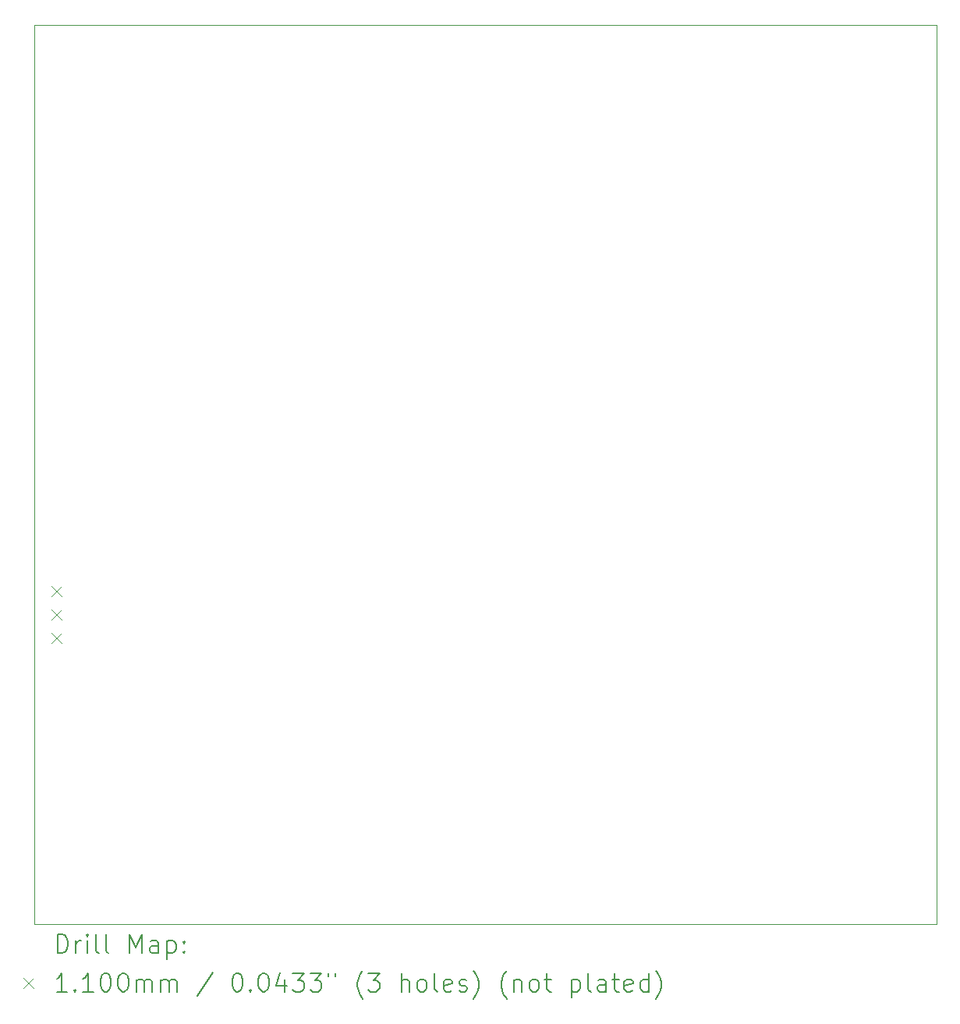
<source format=gbr>
%TF.GenerationSoftware,KiCad,Pcbnew,8.0.8*%
%TF.CreationDate,2025-01-30T15:17:23-05:00*%
%TF.ProjectId,FORWARD-PCB,464f5257-4152-4442-9d50-43422e6b6963,rev?*%
%TF.SameCoordinates,Original*%
%TF.FileFunction,Drillmap*%
%TF.FilePolarity,Positive*%
%FSLAX45Y45*%
G04 Gerber Fmt 4.5, Leading zero omitted, Abs format (unit mm)*
G04 Created by KiCad (PCBNEW 8.0.8) date 2025-01-30 15:17:23*
%MOMM*%
%LPD*%
G01*
G04 APERTURE LIST*
%ADD10C,0.100000*%
%ADD11C,0.200000*%
%ADD12C,0.110000*%
G04 APERTURE END LIST*
D10*
X10150000Y-4850000D02*
X19950000Y-4850000D01*
X19950000Y-14600000D01*
X10150000Y-14600000D01*
X10150000Y-4850000D01*
D11*
D12*
X10341000Y-10941000D02*
X10451000Y-11051000D01*
X10451000Y-10941000D02*
X10341000Y-11051000D01*
X10341000Y-11195000D02*
X10451000Y-11305000D01*
X10451000Y-11195000D02*
X10341000Y-11305000D01*
X10341000Y-11449000D02*
X10451000Y-11559000D01*
X10451000Y-11449000D02*
X10341000Y-11559000D01*
D11*
X10405777Y-14916484D02*
X10405777Y-14716484D01*
X10405777Y-14716484D02*
X10453396Y-14716484D01*
X10453396Y-14716484D02*
X10481967Y-14726008D01*
X10481967Y-14726008D02*
X10501015Y-14745055D01*
X10501015Y-14745055D02*
X10510539Y-14764103D01*
X10510539Y-14764103D02*
X10520063Y-14802198D01*
X10520063Y-14802198D02*
X10520063Y-14830769D01*
X10520063Y-14830769D02*
X10510539Y-14868865D01*
X10510539Y-14868865D02*
X10501015Y-14887912D01*
X10501015Y-14887912D02*
X10481967Y-14906960D01*
X10481967Y-14906960D02*
X10453396Y-14916484D01*
X10453396Y-14916484D02*
X10405777Y-14916484D01*
X10605777Y-14916484D02*
X10605777Y-14783150D01*
X10605777Y-14821246D02*
X10615301Y-14802198D01*
X10615301Y-14802198D02*
X10624824Y-14792674D01*
X10624824Y-14792674D02*
X10643872Y-14783150D01*
X10643872Y-14783150D02*
X10662920Y-14783150D01*
X10729586Y-14916484D02*
X10729586Y-14783150D01*
X10729586Y-14716484D02*
X10720063Y-14726008D01*
X10720063Y-14726008D02*
X10729586Y-14735531D01*
X10729586Y-14735531D02*
X10739110Y-14726008D01*
X10739110Y-14726008D02*
X10729586Y-14716484D01*
X10729586Y-14716484D02*
X10729586Y-14735531D01*
X10853396Y-14916484D02*
X10834348Y-14906960D01*
X10834348Y-14906960D02*
X10824824Y-14887912D01*
X10824824Y-14887912D02*
X10824824Y-14716484D01*
X10958158Y-14916484D02*
X10939110Y-14906960D01*
X10939110Y-14906960D02*
X10929586Y-14887912D01*
X10929586Y-14887912D02*
X10929586Y-14716484D01*
X11186729Y-14916484D02*
X11186729Y-14716484D01*
X11186729Y-14716484D02*
X11253396Y-14859341D01*
X11253396Y-14859341D02*
X11320062Y-14716484D01*
X11320062Y-14716484D02*
X11320062Y-14916484D01*
X11501015Y-14916484D02*
X11501015Y-14811722D01*
X11501015Y-14811722D02*
X11491491Y-14792674D01*
X11491491Y-14792674D02*
X11472443Y-14783150D01*
X11472443Y-14783150D02*
X11434348Y-14783150D01*
X11434348Y-14783150D02*
X11415301Y-14792674D01*
X11501015Y-14906960D02*
X11481967Y-14916484D01*
X11481967Y-14916484D02*
X11434348Y-14916484D01*
X11434348Y-14916484D02*
X11415301Y-14906960D01*
X11415301Y-14906960D02*
X11405777Y-14887912D01*
X11405777Y-14887912D02*
X11405777Y-14868865D01*
X11405777Y-14868865D02*
X11415301Y-14849817D01*
X11415301Y-14849817D02*
X11434348Y-14840293D01*
X11434348Y-14840293D02*
X11481967Y-14840293D01*
X11481967Y-14840293D02*
X11501015Y-14830769D01*
X11596253Y-14783150D02*
X11596253Y-14983150D01*
X11596253Y-14792674D02*
X11615301Y-14783150D01*
X11615301Y-14783150D02*
X11653396Y-14783150D01*
X11653396Y-14783150D02*
X11672443Y-14792674D01*
X11672443Y-14792674D02*
X11681967Y-14802198D01*
X11681967Y-14802198D02*
X11691491Y-14821246D01*
X11691491Y-14821246D02*
X11691491Y-14878388D01*
X11691491Y-14878388D02*
X11681967Y-14897436D01*
X11681967Y-14897436D02*
X11672443Y-14906960D01*
X11672443Y-14906960D02*
X11653396Y-14916484D01*
X11653396Y-14916484D02*
X11615301Y-14916484D01*
X11615301Y-14916484D02*
X11596253Y-14906960D01*
X11777205Y-14897436D02*
X11786729Y-14906960D01*
X11786729Y-14906960D02*
X11777205Y-14916484D01*
X11777205Y-14916484D02*
X11767682Y-14906960D01*
X11767682Y-14906960D02*
X11777205Y-14897436D01*
X11777205Y-14897436D02*
X11777205Y-14916484D01*
X11777205Y-14792674D02*
X11786729Y-14802198D01*
X11786729Y-14802198D02*
X11777205Y-14811722D01*
X11777205Y-14811722D02*
X11767682Y-14802198D01*
X11767682Y-14802198D02*
X11777205Y-14792674D01*
X11777205Y-14792674D02*
X11777205Y-14811722D01*
D12*
X10035000Y-15190000D02*
X10145000Y-15300000D01*
X10145000Y-15190000D02*
X10035000Y-15300000D01*
D11*
X10510539Y-15336484D02*
X10396253Y-15336484D01*
X10453396Y-15336484D02*
X10453396Y-15136484D01*
X10453396Y-15136484D02*
X10434348Y-15165055D01*
X10434348Y-15165055D02*
X10415301Y-15184103D01*
X10415301Y-15184103D02*
X10396253Y-15193627D01*
X10596253Y-15317436D02*
X10605777Y-15326960D01*
X10605777Y-15326960D02*
X10596253Y-15336484D01*
X10596253Y-15336484D02*
X10586729Y-15326960D01*
X10586729Y-15326960D02*
X10596253Y-15317436D01*
X10596253Y-15317436D02*
X10596253Y-15336484D01*
X10796253Y-15336484D02*
X10681967Y-15336484D01*
X10739110Y-15336484D02*
X10739110Y-15136484D01*
X10739110Y-15136484D02*
X10720063Y-15165055D01*
X10720063Y-15165055D02*
X10701015Y-15184103D01*
X10701015Y-15184103D02*
X10681967Y-15193627D01*
X10920063Y-15136484D02*
X10939110Y-15136484D01*
X10939110Y-15136484D02*
X10958158Y-15146008D01*
X10958158Y-15146008D02*
X10967682Y-15155531D01*
X10967682Y-15155531D02*
X10977205Y-15174579D01*
X10977205Y-15174579D02*
X10986729Y-15212674D01*
X10986729Y-15212674D02*
X10986729Y-15260293D01*
X10986729Y-15260293D02*
X10977205Y-15298388D01*
X10977205Y-15298388D02*
X10967682Y-15317436D01*
X10967682Y-15317436D02*
X10958158Y-15326960D01*
X10958158Y-15326960D02*
X10939110Y-15336484D01*
X10939110Y-15336484D02*
X10920063Y-15336484D01*
X10920063Y-15336484D02*
X10901015Y-15326960D01*
X10901015Y-15326960D02*
X10891491Y-15317436D01*
X10891491Y-15317436D02*
X10881967Y-15298388D01*
X10881967Y-15298388D02*
X10872444Y-15260293D01*
X10872444Y-15260293D02*
X10872444Y-15212674D01*
X10872444Y-15212674D02*
X10881967Y-15174579D01*
X10881967Y-15174579D02*
X10891491Y-15155531D01*
X10891491Y-15155531D02*
X10901015Y-15146008D01*
X10901015Y-15146008D02*
X10920063Y-15136484D01*
X11110539Y-15136484D02*
X11129586Y-15136484D01*
X11129586Y-15136484D02*
X11148634Y-15146008D01*
X11148634Y-15146008D02*
X11158158Y-15155531D01*
X11158158Y-15155531D02*
X11167682Y-15174579D01*
X11167682Y-15174579D02*
X11177205Y-15212674D01*
X11177205Y-15212674D02*
X11177205Y-15260293D01*
X11177205Y-15260293D02*
X11167682Y-15298388D01*
X11167682Y-15298388D02*
X11158158Y-15317436D01*
X11158158Y-15317436D02*
X11148634Y-15326960D01*
X11148634Y-15326960D02*
X11129586Y-15336484D01*
X11129586Y-15336484D02*
X11110539Y-15336484D01*
X11110539Y-15336484D02*
X11091491Y-15326960D01*
X11091491Y-15326960D02*
X11081967Y-15317436D01*
X11081967Y-15317436D02*
X11072444Y-15298388D01*
X11072444Y-15298388D02*
X11062920Y-15260293D01*
X11062920Y-15260293D02*
X11062920Y-15212674D01*
X11062920Y-15212674D02*
X11072444Y-15174579D01*
X11072444Y-15174579D02*
X11081967Y-15155531D01*
X11081967Y-15155531D02*
X11091491Y-15146008D01*
X11091491Y-15146008D02*
X11110539Y-15136484D01*
X11262920Y-15336484D02*
X11262920Y-15203150D01*
X11262920Y-15222198D02*
X11272443Y-15212674D01*
X11272443Y-15212674D02*
X11291491Y-15203150D01*
X11291491Y-15203150D02*
X11320063Y-15203150D01*
X11320063Y-15203150D02*
X11339110Y-15212674D01*
X11339110Y-15212674D02*
X11348634Y-15231722D01*
X11348634Y-15231722D02*
X11348634Y-15336484D01*
X11348634Y-15231722D02*
X11358158Y-15212674D01*
X11358158Y-15212674D02*
X11377205Y-15203150D01*
X11377205Y-15203150D02*
X11405777Y-15203150D01*
X11405777Y-15203150D02*
X11424824Y-15212674D01*
X11424824Y-15212674D02*
X11434348Y-15231722D01*
X11434348Y-15231722D02*
X11434348Y-15336484D01*
X11529586Y-15336484D02*
X11529586Y-15203150D01*
X11529586Y-15222198D02*
X11539110Y-15212674D01*
X11539110Y-15212674D02*
X11558158Y-15203150D01*
X11558158Y-15203150D02*
X11586729Y-15203150D01*
X11586729Y-15203150D02*
X11605777Y-15212674D01*
X11605777Y-15212674D02*
X11615301Y-15231722D01*
X11615301Y-15231722D02*
X11615301Y-15336484D01*
X11615301Y-15231722D02*
X11624824Y-15212674D01*
X11624824Y-15212674D02*
X11643872Y-15203150D01*
X11643872Y-15203150D02*
X11672443Y-15203150D01*
X11672443Y-15203150D02*
X11691491Y-15212674D01*
X11691491Y-15212674D02*
X11701015Y-15231722D01*
X11701015Y-15231722D02*
X11701015Y-15336484D01*
X12091491Y-15126960D02*
X11920063Y-15384103D01*
X12348634Y-15136484D02*
X12367682Y-15136484D01*
X12367682Y-15136484D02*
X12386729Y-15146008D01*
X12386729Y-15146008D02*
X12396253Y-15155531D01*
X12396253Y-15155531D02*
X12405777Y-15174579D01*
X12405777Y-15174579D02*
X12415301Y-15212674D01*
X12415301Y-15212674D02*
X12415301Y-15260293D01*
X12415301Y-15260293D02*
X12405777Y-15298388D01*
X12405777Y-15298388D02*
X12396253Y-15317436D01*
X12396253Y-15317436D02*
X12386729Y-15326960D01*
X12386729Y-15326960D02*
X12367682Y-15336484D01*
X12367682Y-15336484D02*
X12348634Y-15336484D01*
X12348634Y-15336484D02*
X12329586Y-15326960D01*
X12329586Y-15326960D02*
X12320063Y-15317436D01*
X12320063Y-15317436D02*
X12310539Y-15298388D01*
X12310539Y-15298388D02*
X12301015Y-15260293D01*
X12301015Y-15260293D02*
X12301015Y-15212674D01*
X12301015Y-15212674D02*
X12310539Y-15174579D01*
X12310539Y-15174579D02*
X12320063Y-15155531D01*
X12320063Y-15155531D02*
X12329586Y-15146008D01*
X12329586Y-15146008D02*
X12348634Y-15136484D01*
X12501015Y-15317436D02*
X12510539Y-15326960D01*
X12510539Y-15326960D02*
X12501015Y-15336484D01*
X12501015Y-15336484D02*
X12491491Y-15326960D01*
X12491491Y-15326960D02*
X12501015Y-15317436D01*
X12501015Y-15317436D02*
X12501015Y-15336484D01*
X12634348Y-15136484D02*
X12653396Y-15136484D01*
X12653396Y-15136484D02*
X12672444Y-15146008D01*
X12672444Y-15146008D02*
X12681967Y-15155531D01*
X12681967Y-15155531D02*
X12691491Y-15174579D01*
X12691491Y-15174579D02*
X12701015Y-15212674D01*
X12701015Y-15212674D02*
X12701015Y-15260293D01*
X12701015Y-15260293D02*
X12691491Y-15298388D01*
X12691491Y-15298388D02*
X12681967Y-15317436D01*
X12681967Y-15317436D02*
X12672444Y-15326960D01*
X12672444Y-15326960D02*
X12653396Y-15336484D01*
X12653396Y-15336484D02*
X12634348Y-15336484D01*
X12634348Y-15336484D02*
X12615301Y-15326960D01*
X12615301Y-15326960D02*
X12605777Y-15317436D01*
X12605777Y-15317436D02*
X12596253Y-15298388D01*
X12596253Y-15298388D02*
X12586729Y-15260293D01*
X12586729Y-15260293D02*
X12586729Y-15212674D01*
X12586729Y-15212674D02*
X12596253Y-15174579D01*
X12596253Y-15174579D02*
X12605777Y-15155531D01*
X12605777Y-15155531D02*
X12615301Y-15146008D01*
X12615301Y-15146008D02*
X12634348Y-15136484D01*
X12872444Y-15203150D02*
X12872444Y-15336484D01*
X12824825Y-15126960D02*
X12777206Y-15269817D01*
X12777206Y-15269817D02*
X12901015Y-15269817D01*
X12958158Y-15136484D02*
X13081967Y-15136484D01*
X13081967Y-15136484D02*
X13015301Y-15212674D01*
X13015301Y-15212674D02*
X13043872Y-15212674D01*
X13043872Y-15212674D02*
X13062920Y-15222198D01*
X13062920Y-15222198D02*
X13072444Y-15231722D01*
X13072444Y-15231722D02*
X13081967Y-15250769D01*
X13081967Y-15250769D02*
X13081967Y-15298388D01*
X13081967Y-15298388D02*
X13072444Y-15317436D01*
X13072444Y-15317436D02*
X13062920Y-15326960D01*
X13062920Y-15326960D02*
X13043872Y-15336484D01*
X13043872Y-15336484D02*
X12986729Y-15336484D01*
X12986729Y-15336484D02*
X12967682Y-15326960D01*
X12967682Y-15326960D02*
X12958158Y-15317436D01*
X13148634Y-15136484D02*
X13272444Y-15136484D01*
X13272444Y-15136484D02*
X13205777Y-15212674D01*
X13205777Y-15212674D02*
X13234348Y-15212674D01*
X13234348Y-15212674D02*
X13253396Y-15222198D01*
X13253396Y-15222198D02*
X13262920Y-15231722D01*
X13262920Y-15231722D02*
X13272444Y-15250769D01*
X13272444Y-15250769D02*
X13272444Y-15298388D01*
X13272444Y-15298388D02*
X13262920Y-15317436D01*
X13262920Y-15317436D02*
X13253396Y-15326960D01*
X13253396Y-15326960D02*
X13234348Y-15336484D01*
X13234348Y-15336484D02*
X13177206Y-15336484D01*
X13177206Y-15336484D02*
X13158158Y-15326960D01*
X13158158Y-15326960D02*
X13148634Y-15317436D01*
X13348634Y-15136484D02*
X13348634Y-15174579D01*
X13424825Y-15136484D02*
X13424825Y-15174579D01*
X13720063Y-15412674D02*
X13710539Y-15403150D01*
X13710539Y-15403150D02*
X13691491Y-15374579D01*
X13691491Y-15374579D02*
X13681968Y-15355531D01*
X13681968Y-15355531D02*
X13672444Y-15326960D01*
X13672444Y-15326960D02*
X13662920Y-15279341D01*
X13662920Y-15279341D02*
X13662920Y-15241246D01*
X13662920Y-15241246D02*
X13672444Y-15193627D01*
X13672444Y-15193627D02*
X13681968Y-15165055D01*
X13681968Y-15165055D02*
X13691491Y-15146008D01*
X13691491Y-15146008D02*
X13710539Y-15117436D01*
X13710539Y-15117436D02*
X13720063Y-15107912D01*
X13777206Y-15136484D02*
X13901015Y-15136484D01*
X13901015Y-15136484D02*
X13834348Y-15212674D01*
X13834348Y-15212674D02*
X13862920Y-15212674D01*
X13862920Y-15212674D02*
X13881968Y-15222198D01*
X13881968Y-15222198D02*
X13891491Y-15231722D01*
X13891491Y-15231722D02*
X13901015Y-15250769D01*
X13901015Y-15250769D02*
X13901015Y-15298388D01*
X13901015Y-15298388D02*
X13891491Y-15317436D01*
X13891491Y-15317436D02*
X13881968Y-15326960D01*
X13881968Y-15326960D02*
X13862920Y-15336484D01*
X13862920Y-15336484D02*
X13805777Y-15336484D01*
X13805777Y-15336484D02*
X13786729Y-15326960D01*
X13786729Y-15326960D02*
X13777206Y-15317436D01*
X14139110Y-15336484D02*
X14139110Y-15136484D01*
X14224825Y-15336484D02*
X14224825Y-15231722D01*
X14224825Y-15231722D02*
X14215301Y-15212674D01*
X14215301Y-15212674D02*
X14196253Y-15203150D01*
X14196253Y-15203150D02*
X14167682Y-15203150D01*
X14167682Y-15203150D02*
X14148634Y-15212674D01*
X14148634Y-15212674D02*
X14139110Y-15222198D01*
X14348634Y-15336484D02*
X14329587Y-15326960D01*
X14329587Y-15326960D02*
X14320063Y-15317436D01*
X14320063Y-15317436D02*
X14310539Y-15298388D01*
X14310539Y-15298388D02*
X14310539Y-15241246D01*
X14310539Y-15241246D02*
X14320063Y-15222198D01*
X14320063Y-15222198D02*
X14329587Y-15212674D01*
X14329587Y-15212674D02*
X14348634Y-15203150D01*
X14348634Y-15203150D02*
X14377206Y-15203150D01*
X14377206Y-15203150D02*
X14396253Y-15212674D01*
X14396253Y-15212674D02*
X14405777Y-15222198D01*
X14405777Y-15222198D02*
X14415301Y-15241246D01*
X14415301Y-15241246D02*
X14415301Y-15298388D01*
X14415301Y-15298388D02*
X14405777Y-15317436D01*
X14405777Y-15317436D02*
X14396253Y-15326960D01*
X14396253Y-15326960D02*
X14377206Y-15336484D01*
X14377206Y-15336484D02*
X14348634Y-15336484D01*
X14529587Y-15336484D02*
X14510539Y-15326960D01*
X14510539Y-15326960D02*
X14501015Y-15307912D01*
X14501015Y-15307912D02*
X14501015Y-15136484D01*
X14681968Y-15326960D02*
X14662920Y-15336484D01*
X14662920Y-15336484D02*
X14624825Y-15336484D01*
X14624825Y-15336484D02*
X14605777Y-15326960D01*
X14605777Y-15326960D02*
X14596253Y-15307912D01*
X14596253Y-15307912D02*
X14596253Y-15231722D01*
X14596253Y-15231722D02*
X14605777Y-15212674D01*
X14605777Y-15212674D02*
X14624825Y-15203150D01*
X14624825Y-15203150D02*
X14662920Y-15203150D01*
X14662920Y-15203150D02*
X14681968Y-15212674D01*
X14681968Y-15212674D02*
X14691491Y-15231722D01*
X14691491Y-15231722D02*
X14691491Y-15250769D01*
X14691491Y-15250769D02*
X14596253Y-15269817D01*
X14767682Y-15326960D02*
X14786730Y-15336484D01*
X14786730Y-15336484D02*
X14824825Y-15336484D01*
X14824825Y-15336484D02*
X14843872Y-15326960D01*
X14843872Y-15326960D02*
X14853396Y-15307912D01*
X14853396Y-15307912D02*
X14853396Y-15298388D01*
X14853396Y-15298388D02*
X14843872Y-15279341D01*
X14843872Y-15279341D02*
X14824825Y-15269817D01*
X14824825Y-15269817D02*
X14796253Y-15269817D01*
X14796253Y-15269817D02*
X14777206Y-15260293D01*
X14777206Y-15260293D02*
X14767682Y-15241246D01*
X14767682Y-15241246D02*
X14767682Y-15231722D01*
X14767682Y-15231722D02*
X14777206Y-15212674D01*
X14777206Y-15212674D02*
X14796253Y-15203150D01*
X14796253Y-15203150D02*
X14824825Y-15203150D01*
X14824825Y-15203150D02*
X14843872Y-15212674D01*
X14920063Y-15412674D02*
X14929587Y-15403150D01*
X14929587Y-15403150D02*
X14948634Y-15374579D01*
X14948634Y-15374579D02*
X14958158Y-15355531D01*
X14958158Y-15355531D02*
X14967682Y-15326960D01*
X14967682Y-15326960D02*
X14977206Y-15279341D01*
X14977206Y-15279341D02*
X14977206Y-15241246D01*
X14977206Y-15241246D02*
X14967682Y-15193627D01*
X14967682Y-15193627D02*
X14958158Y-15165055D01*
X14958158Y-15165055D02*
X14948634Y-15146008D01*
X14948634Y-15146008D02*
X14929587Y-15117436D01*
X14929587Y-15117436D02*
X14920063Y-15107912D01*
X15281968Y-15412674D02*
X15272444Y-15403150D01*
X15272444Y-15403150D02*
X15253396Y-15374579D01*
X15253396Y-15374579D02*
X15243872Y-15355531D01*
X15243872Y-15355531D02*
X15234349Y-15326960D01*
X15234349Y-15326960D02*
X15224825Y-15279341D01*
X15224825Y-15279341D02*
X15224825Y-15241246D01*
X15224825Y-15241246D02*
X15234349Y-15193627D01*
X15234349Y-15193627D02*
X15243872Y-15165055D01*
X15243872Y-15165055D02*
X15253396Y-15146008D01*
X15253396Y-15146008D02*
X15272444Y-15117436D01*
X15272444Y-15117436D02*
X15281968Y-15107912D01*
X15358158Y-15203150D02*
X15358158Y-15336484D01*
X15358158Y-15222198D02*
X15367682Y-15212674D01*
X15367682Y-15212674D02*
X15386730Y-15203150D01*
X15386730Y-15203150D02*
X15415301Y-15203150D01*
X15415301Y-15203150D02*
X15434349Y-15212674D01*
X15434349Y-15212674D02*
X15443872Y-15231722D01*
X15443872Y-15231722D02*
X15443872Y-15336484D01*
X15567682Y-15336484D02*
X15548634Y-15326960D01*
X15548634Y-15326960D02*
X15539111Y-15317436D01*
X15539111Y-15317436D02*
X15529587Y-15298388D01*
X15529587Y-15298388D02*
X15529587Y-15241246D01*
X15529587Y-15241246D02*
X15539111Y-15222198D01*
X15539111Y-15222198D02*
X15548634Y-15212674D01*
X15548634Y-15212674D02*
X15567682Y-15203150D01*
X15567682Y-15203150D02*
X15596253Y-15203150D01*
X15596253Y-15203150D02*
X15615301Y-15212674D01*
X15615301Y-15212674D02*
X15624825Y-15222198D01*
X15624825Y-15222198D02*
X15634349Y-15241246D01*
X15634349Y-15241246D02*
X15634349Y-15298388D01*
X15634349Y-15298388D02*
X15624825Y-15317436D01*
X15624825Y-15317436D02*
X15615301Y-15326960D01*
X15615301Y-15326960D02*
X15596253Y-15336484D01*
X15596253Y-15336484D02*
X15567682Y-15336484D01*
X15691492Y-15203150D02*
X15767682Y-15203150D01*
X15720063Y-15136484D02*
X15720063Y-15307912D01*
X15720063Y-15307912D02*
X15729587Y-15326960D01*
X15729587Y-15326960D02*
X15748634Y-15336484D01*
X15748634Y-15336484D02*
X15767682Y-15336484D01*
X15986730Y-15203150D02*
X15986730Y-15403150D01*
X15986730Y-15212674D02*
X16005777Y-15203150D01*
X16005777Y-15203150D02*
X16043873Y-15203150D01*
X16043873Y-15203150D02*
X16062920Y-15212674D01*
X16062920Y-15212674D02*
X16072444Y-15222198D01*
X16072444Y-15222198D02*
X16081968Y-15241246D01*
X16081968Y-15241246D02*
X16081968Y-15298388D01*
X16081968Y-15298388D02*
X16072444Y-15317436D01*
X16072444Y-15317436D02*
X16062920Y-15326960D01*
X16062920Y-15326960D02*
X16043873Y-15336484D01*
X16043873Y-15336484D02*
X16005777Y-15336484D01*
X16005777Y-15336484D02*
X15986730Y-15326960D01*
X16196253Y-15336484D02*
X16177206Y-15326960D01*
X16177206Y-15326960D02*
X16167682Y-15307912D01*
X16167682Y-15307912D02*
X16167682Y-15136484D01*
X16358158Y-15336484D02*
X16358158Y-15231722D01*
X16358158Y-15231722D02*
X16348634Y-15212674D01*
X16348634Y-15212674D02*
X16329587Y-15203150D01*
X16329587Y-15203150D02*
X16291492Y-15203150D01*
X16291492Y-15203150D02*
X16272444Y-15212674D01*
X16358158Y-15326960D02*
X16339111Y-15336484D01*
X16339111Y-15336484D02*
X16291492Y-15336484D01*
X16291492Y-15336484D02*
X16272444Y-15326960D01*
X16272444Y-15326960D02*
X16262920Y-15307912D01*
X16262920Y-15307912D02*
X16262920Y-15288865D01*
X16262920Y-15288865D02*
X16272444Y-15269817D01*
X16272444Y-15269817D02*
X16291492Y-15260293D01*
X16291492Y-15260293D02*
X16339111Y-15260293D01*
X16339111Y-15260293D02*
X16358158Y-15250769D01*
X16424825Y-15203150D02*
X16501015Y-15203150D01*
X16453396Y-15136484D02*
X16453396Y-15307912D01*
X16453396Y-15307912D02*
X16462920Y-15326960D01*
X16462920Y-15326960D02*
X16481968Y-15336484D01*
X16481968Y-15336484D02*
X16501015Y-15336484D01*
X16643873Y-15326960D02*
X16624825Y-15336484D01*
X16624825Y-15336484D02*
X16586730Y-15336484D01*
X16586730Y-15336484D02*
X16567682Y-15326960D01*
X16567682Y-15326960D02*
X16558158Y-15307912D01*
X16558158Y-15307912D02*
X16558158Y-15231722D01*
X16558158Y-15231722D02*
X16567682Y-15212674D01*
X16567682Y-15212674D02*
X16586730Y-15203150D01*
X16586730Y-15203150D02*
X16624825Y-15203150D01*
X16624825Y-15203150D02*
X16643873Y-15212674D01*
X16643873Y-15212674D02*
X16653396Y-15231722D01*
X16653396Y-15231722D02*
X16653396Y-15250769D01*
X16653396Y-15250769D02*
X16558158Y-15269817D01*
X16824825Y-15336484D02*
X16824825Y-15136484D01*
X16824825Y-15326960D02*
X16805777Y-15336484D01*
X16805777Y-15336484D02*
X16767682Y-15336484D01*
X16767682Y-15336484D02*
X16748634Y-15326960D01*
X16748634Y-15326960D02*
X16739111Y-15317436D01*
X16739111Y-15317436D02*
X16729587Y-15298388D01*
X16729587Y-15298388D02*
X16729587Y-15241246D01*
X16729587Y-15241246D02*
X16739111Y-15222198D01*
X16739111Y-15222198D02*
X16748634Y-15212674D01*
X16748634Y-15212674D02*
X16767682Y-15203150D01*
X16767682Y-15203150D02*
X16805777Y-15203150D01*
X16805777Y-15203150D02*
X16824825Y-15212674D01*
X16901016Y-15412674D02*
X16910539Y-15403150D01*
X16910539Y-15403150D02*
X16929587Y-15374579D01*
X16929587Y-15374579D02*
X16939111Y-15355531D01*
X16939111Y-15355531D02*
X16948635Y-15326960D01*
X16948635Y-15326960D02*
X16958158Y-15279341D01*
X16958158Y-15279341D02*
X16958158Y-15241246D01*
X16958158Y-15241246D02*
X16948635Y-15193627D01*
X16948635Y-15193627D02*
X16939111Y-15165055D01*
X16939111Y-15165055D02*
X16929587Y-15146008D01*
X16929587Y-15146008D02*
X16910539Y-15117436D01*
X16910539Y-15117436D02*
X16901016Y-15107912D01*
M02*

</source>
